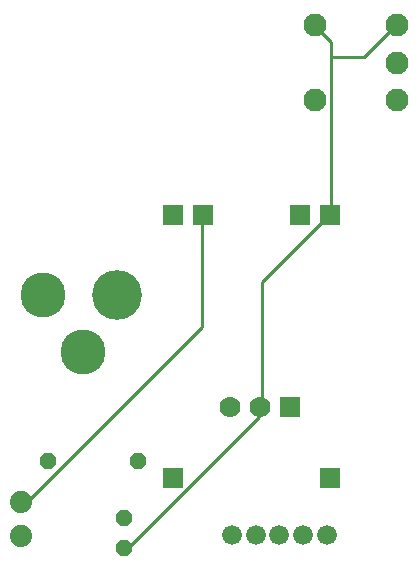
<source format=gbl>
G75*
%MOIN*%
%OFA0B0*%
%FSLAX25Y25*%
%IPPOS*%
%LPD*%
%AMOC8*
5,1,8,0,0,1.08239X$1,22.5*
%
%ADD10C,0.07400*%
%ADD11C,0.07000*%
%ADD12R,0.07000X0.07000*%
%ADD13OC8,0.05200*%
%ADD14C,0.06600*%
%ADD15R,0.06600X0.06600*%
%ADD16C,0.07677*%
%ADD17C,0.16598*%
%ADD18C,0.15024*%
%ADD19C,0.01000*%
D10*
X0026610Y0021310D03*
X0026610Y0032710D03*
D11*
X0096291Y0064152D03*
X0106291Y0064152D03*
D12*
X0116291Y0064152D03*
D13*
X0065638Y0046100D03*
X0060909Y0027234D03*
X0060909Y0017234D03*
X0035638Y0046100D03*
D14*
X0096933Y0021526D03*
X0104807Y0021526D03*
X0112681Y0021526D03*
X0120555Y0021526D03*
X0128429Y0021526D03*
D15*
X0129681Y0040699D03*
X0077181Y0040699D03*
X0077181Y0128199D03*
X0087181Y0128199D03*
X0119681Y0128199D03*
X0129681Y0128199D03*
D16*
X0124629Y0166443D03*
X0124629Y0191443D03*
X0151929Y0191443D03*
X0151929Y0178943D03*
X0151929Y0166443D03*
D17*
X0058543Y0101451D03*
D18*
X0047323Y0082553D03*
X0033937Y0101451D03*
D19*
X0087063Y0091026D02*
X0029063Y0033026D01*
X0027063Y0033026D01*
X0026610Y0032710D01*
X0061063Y0018026D02*
X0060909Y0017234D01*
X0061063Y0018026D02*
X0063063Y0018026D01*
X0106063Y0061026D01*
X0106063Y0064026D01*
X0106291Y0064152D01*
X0107063Y0065026D01*
X0107063Y0106026D01*
X0129063Y0128026D01*
X0129681Y0128199D01*
X0130063Y0129026D01*
X0130063Y0181026D01*
X0141063Y0181026D01*
X0151063Y0191026D01*
X0151929Y0191443D01*
X0130063Y0186026D02*
X0130063Y0181026D01*
X0130063Y0186026D02*
X0125063Y0191026D01*
X0124629Y0191443D01*
X0087181Y0128199D02*
X0087063Y0128026D01*
X0087063Y0091026D01*
M02*

</source>
